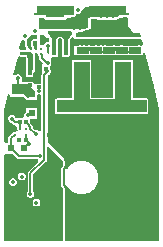
<source format=gtl>
G04*
G04 #@! TF.GenerationSoftware,Altium Limited,Altium Designer,25.0.2 (28)*
G04*
G04 Layer_Physical_Order=1*
G04 Layer_Color=255*
%FSLAX44Y44*%
%MOMM*%
G71*
G04*
G04 #@! TF.SameCoordinates,54A35FAF-5F68-4BCB-90B9-8CF1E0348433*
G04*
G04*
G04 #@! TF.FilePolarity,Positive*
G04*
G01*
G75*
G04:AMPARAMS|DCode=11|XSize=0.28mm|YSize=0.23mm|CornerRadius=0.115mm|HoleSize=0mm|Usage=FLASHONLY|Rotation=90.000|XOffset=0mm|YOffset=0mm|HoleType=Round|Shape=RoundedRectangle|*
%AMROUNDEDRECTD11*
21,1,0.2800,0.0000,0,0,90.0*
21,1,0.0500,0.2300,0,0,90.0*
1,1,0.2300,0.0000,0.0250*
1,1,0.2300,0.0000,-0.0250*
1,1,0.2300,0.0000,-0.0250*
1,1,0.2300,0.0000,0.0250*
%
%ADD11ROUNDEDRECTD11*%
G04:AMPARAMS|DCode=12|XSize=0.805mm|YSize=0.23mm|CornerRadius=0.115mm|HoleSize=0mm|Usage=FLASHONLY|Rotation=90.000|XOffset=0mm|YOffset=0mm|HoleType=Round|Shape=RoundedRectangle|*
%AMROUNDEDRECTD12*
21,1,0.8050,0.0000,0,0,90.0*
21,1,0.5750,0.2300,0,0,90.0*
1,1,0.2300,0.0000,0.2875*
1,1,0.2300,0.0000,-0.2875*
1,1,0.2300,0.0000,-0.2875*
1,1,0.2300,0.0000,0.2875*
%
%ADD12ROUNDEDRECTD12*%
G04:AMPARAMS|DCode=13|XSize=1.155mm|YSize=0.23mm|CornerRadius=0.115mm|HoleSize=0mm|Usage=FLASHONLY|Rotation=90.000|XOffset=0mm|YOffset=0mm|HoleType=Round|Shape=RoundedRectangle|*
%AMROUNDEDRECTD13*
21,1,1.1550,0.0000,0,0,90.0*
21,1,0.9250,0.2300,0,0,90.0*
1,1,0.2300,0.0000,0.4625*
1,1,0.2300,0.0000,-0.4625*
1,1,0.2300,0.0000,-0.4625*
1,1,0.2300,0.0000,0.4625*
%
%ADD13ROUNDEDRECTD13*%
G04:AMPARAMS|DCode=14|XSize=1.33mm|YSize=0.23mm|CornerRadius=0.115mm|HoleSize=0mm|Usage=FLASHONLY|Rotation=90.000|XOffset=0mm|YOffset=0mm|HoleType=Round|Shape=RoundedRectangle|*
%AMROUNDEDRECTD14*
21,1,1.3300,0.0000,0,0,90.0*
21,1,1.1000,0.2300,0,0,90.0*
1,1,0.2300,0.0000,0.5500*
1,1,0.2300,0.0000,-0.5500*
1,1,0.2300,0.0000,-0.5500*
1,1,0.2300,0.0000,0.5500*
%
%ADD14ROUNDEDRECTD14*%
%ADD15R,0.3500X0.3500*%
%ADD16R,1.0000X0.9000*%
%ADD17R,0.2500X0.2500*%
%ADD18R,0.3000X0.3000*%
%ADD19R,0.6000X0.6000*%
%ADD20R,1.2000X0.4000*%
G04:AMPARAMS|DCode=21|XSize=0.35mm|YSize=0.35mm|CornerRadius=0.0875mm|HoleSize=0mm|Usage=FLASHONLY|Rotation=90.000|XOffset=0mm|YOffset=0mm|HoleType=Round|Shape=RoundedRectangle|*
%AMROUNDEDRECTD21*
21,1,0.3500,0.1750,0,0,90.0*
21,1,0.1750,0.3500,0,0,90.0*
1,1,0.1750,0.0875,0.0875*
1,1,0.1750,0.0875,-0.0875*
1,1,0.1750,-0.0875,-0.0875*
1,1,0.1750,-0.0875,0.0875*
%
%ADD21ROUNDEDRECTD21*%
%ADD22C,0.3500*%
%ADD23R,0.3500X0.3500*%
%ADD24C,0.2200*%
G04:AMPARAMS|DCode=25|XSize=0.2064mm|YSize=0.5627mm|CornerRadius=0.0516mm|HoleSize=0mm|Usage=FLASHONLY|Rotation=270.000|XOffset=0mm|YOffset=0mm|HoleType=Round|Shape=RoundedRectangle|*
%AMROUNDEDRECTD25*
21,1,0.2064,0.4596,0,0,270.0*
21,1,0.1032,0.5627,0,0,270.0*
1,1,0.1032,-0.2298,-0.0516*
1,1,0.1032,-0.2298,0.0516*
1,1,0.1032,0.2298,0.0516*
1,1,0.1032,0.2298,-0.0516*
%
%ADD25ROUNDEDRECTD25*%
%ADD26R,0.5627X0.2064*%
%ADD27C,0.2500*%
%ADD28R,1.5500X0.3750*%
%ADD29R,0.3850X0.9500*%
%ADD30R,0.5600X0.7400*%
%ADD31R,0.9000X1.0000*%
%ADD32R,1.1200X0.3200*%
%ADD33R,1.1200X0.3230*%
%ADD34R,0.3850X0.8500*%
%ADD35R,1.0500X0.3200*%
%ADD36R,0.3250X1.1500*%
%ADD37R,0.3200X1.1200*%
%ADD38R,0.3230X1.1200*%
%ADD39C,0.2000*%
%ADD40C,0.1500*%
%ADD41C,0.3000*%
%ADD42C,0.4000*%
G36*
X105000Y194350D02*
X107000D01*
Y192850D01*
X98855D01*
X97000Y190995D01*
X72895D01*
X72825Y190925D01*
Y181517D01*
X68948Y180534D01*
X61500Y180600D01*
X30725D01*
Y190100D01*
X34575D01*
X36675Y188000D01*
X52825D01*
X54925Y190100D01*
X56850D01*
X58680Y191226D01*
X60500D01*
X61648Y191702D01*
X62124Y192850D01*
Y193119D01*
X63200Y193813D01*
X63354Y193750D01*
X64647D01*
X65841Y194245D01*
X66755Y195159D01*
X67250Y196353D01*
Y196502D01*
X71173Y198918D01*
X73500D01*
Y200350D01*
X105000D01*
Y194350D01*
D02*
G37*
G36*
X60500Y194350D02*
Y192850D01*
X27000D01*
Y194350D01*
X29000D01*
Y200350D01*
X60500D01*
Y194350D01*
D02*
G37*
G36*
X106418Y189602D02*
Y183000D01*
X106735Y182235D01*
X109000Y179969D01*
Y179400D01*
X109765Y179204D01*
X111485Y177485D01*
X111485Y177485D01*
X112250Y177168D01*
X112250Y177168D01*
X116582D01*
X117133Y175002D01*
X116353Y174000D01*
X62400D01*
Y177200D01*
X64932Y177842D01*
X65153Y177750D01*
X66347D01*
X67449Y178207D01*
X67815Y178572D01*
Y178572D01*
X75225Y180450D01*
Y188950D01*
X79075D01*
X82100Y188000D01*
X96400D01*
X99425Y190100D01*
X103275D01*
X105148Y190471D01*
X106418Y189602D01*
D02*
G37*
G36*
X29500Y172122D02*
X28625Y172297D01*
X26875D01*
X25948Y172112D01*
X25622Y171894D01*
X25600D01*
Y171879D01*
X25163Y171587D01*
X24864Y171140D01*
X24852Y171135D01*
X24838Y171101D01*
X24638Y170802D01*
X24568Y170448D01*
X24376Y169987D01*
Y167250D01*
X24376Y167250D01*
X24435Y167108D01*
X24403Y166959D01*
X24494Y166459D01*
X24540Y166388D01*
X24530Y166304D01*
X24809Y165328D01*
X24862Y165262D01*
X24860Y165177D01*
X25234Y164233D01*
X25292Y164172D01*
X25299Y164088D01*
X25600Y163503D01*
Y163500D01*
X23400D01*
X21729Y165171D01*
X21697Y165334D01*
X21251Y166001D01*
X21045Y166139D01*
X20875Y166549D01*
X20750Y167179D01*
X20750Y167500D01*
Y167500D01*
Y169232D01*
Y169997D01*
X21049Y171498D01*
X21634Y172912D01*
X22484Y174184D01*
X23025Y174725D01*
X23025Y174725D01*
X23269Y174969D01*
X23842Y175352D01*
X24479Y175616D01*
X25155Y175750D01*
X25500D01*
X25500Y175750D01*
X29500D01*
Y172122D01*
D02*
G37*
G36*
X37234Y173515D02*
X37375Y173388D01*
X37690Y173178D01*
X38039Y173033D01*
X38411Y172959D01*
X38600Y172950D01*
X38600D01*
X38600Y170240D01*
X38023Y170040D01*
X36941Y169474D01*
X35990Y168708D01*
X35207Y167771D01*
X34888Y167250D01*
Y167250D01*
X31500D01*
Y175750D01*
X35000D01*
X37234Y173515D01*
D02*
G37*
G36*
X29600Y163500D02*
X27483Y163500D01*
X27208Y163927D01*
X26744Y164830D01*
X26370Y165774D01*
X26091Y166750D01*
X26000Y167250D01*
X26000Y167250D01*
Y169987D01*
X29600D01*
Y163500D01*
D02*
G37*
G36*
X17986Y171299D02*
X19126Y169997D01*
Y167500D01*
X19126Y167179D01*
X19190Y167025D01*
X19158Y166862D01*
X19283Y166233D01*
X19375Y166094D01*
Y165928D01*
X19545Y165517D01*
X19880Y165182D01*
X19886Y165173D01*
X19901Y165099D01*
X20101Y164800D01*
X19663Y163493D01*
X19583Y163384D01*
X19252Y163000D01*
X15300D01*
X14194Y164420D01*
X15746Y170556D01*
X17809Y171372D01*
X17986Y171299D01*
D02*
G37*
G36*
X59051Y178207D02*
X59205Y176806D01*
X56992Y174039D01*
X56909Y174005D01*
X55995Y173091D01*
X55739Y172474D01*
X55600Y172300D01*
Y172138D01*
X55500Y171896D01*
Y170604D01*
X55600Y170362D01*
Y168638D01*
X55500Y168396D01*
Y167104D01*
X55600Y166862D01*
Y165138D01*
X55500Y164897D01*
Y163604D01*
X55600Y163362D01*
Y161759D01*
X55450Y161397D01*
Y160104D01*
X55600Y159741D01*
Y158300D01*
X51750D01*
Y159662D01*
X51850Y159904D01*
Y161196D01*
X51750Y161438D01*
Y163162D01*
X51850Y163403D01*
Y164696D01*
X51750Y164938D01*
Y166662D01*
X51850Y166903D01*
Y168196D01*
X51750Y168438D01*
Y170162D01*
X51850Y170403D01*
Y171696D01*
X51750Y171938D01*
Y172200D01*
X51600Y172300D01*
X51355Y172891D01*
X50441Y173805D01*
X50251Y173884D01*
X49634Y174296D01*
X48600Y174502D01*
X47566Y174296D01*
X46949Y173884D01*
X46759Y173805D01*
X45845Y172891D01*
X45600Y172300D01*
X45500Y172233D01*
Y172058D01*
X45350Y171696D01*
Y170403D01*
X45500Y170042D01*
Y168558D01*
X45350Y168196D01*
Y166903D01*
X45500Y166542D01*
Y165058D01*
X45350Y164696D01*
Y163403D01*
X45500Y163042D01*
Y161558D01*
X45350Y161196D01*
Y159904D01*
X45500Y159542D01*
Y158300D01*
X41600D01*
Y172300D01*
X38600Y177300D01*
Y178976D01*
X58281D01*
X59051Y178207D01*
D02*
G37*
G36*
X60900Y172692D02*
Y172500D01*
X62102D01*
X62400Y172376D01*
X116353D01*
X117185Y171987D01*
X118036Y171446D01*
X118835Y168300D01*
X117435Y166500D01*
X117382D01*
X116296Y166950D01*
X115003D01*
X113918Y166500D01*
X113200D01*
X112597Y166750D01*
X111403D01*
X110800Y166500D01*
X109700D01*
X109097Y166750D01*
X107903D01*
X107300Y166500D01*
X106200D01*
X105597Y166750D01*
X104403D01*
X103800Y166500D01*
X102632D01*
X101546Y166950D01*
X100154D01*
X99068Y166500D01*
X96432D01*
X95346Y166950D01*
X93954D01*
X92868Y166500D01*
X91700D01*
X91097Y166750D01*
X89903D01*
X89300Y166500D01*
X88200D01*
X87597Y166750D01*
X86403D01*
X85800Y166500D01*
X84700D01*
X84097Y166750D01*
X82903D01*
X82300Y166500D01*
X81133D01*
X80046Y166950D01*
X78654D01*
X77567Y166500D01*
X74933D01*
X73846Y166950D01*
X72454D01*
X71367Y166500D01*
X70200D01*
X69597Y166750D01*
X68403D01*
X67800Y166500D01*
X66700D01*
X66097Y166750D01*
X64903D01*
X64300Y166500D01*
X60900D01*
Y162209D01*
X60750Y161847D01*
Y160653D01*
X60900Y160291D01*
Y158500D01*
X62550D01*
X63153Y158250D01*
X64347D01*
X64950Y158500D01*
X66050D01*
X66653Y158250D01*
X67847D01*
X68450Y158500D01*
X69550D01*
X70153Y158250D01*
X71347D01*
X71950Y158500D01*
X74950D01*
X75554Y158250D01*
X76946D01*
X77550Y158500D01*
X80550D01*
X81153Y158250D01*
X82347D01*
X82914Y158485D01*
X84086D01*
X84653Y158250D01*
X85847D01*
X86414Y158485D01*
X87586D01*
X88153Y158250D01*
X89347D01*
X89914Y158485D01*
X91086D01*
X91653Y158250D01*
X92847D01*
X93414Y158485D01*
X96486D01*
X97054Y158250D01*
X98446D01*
X99014Y158485D01*
X102086D01*
X102653Y158250D01*
X103847D01*
X104415Y158485D01*
X105585D01*
X106153Y158250D01*
X107347Y158250D01*
X107667Y158350D01*
X108100Y158485D01*
X109653Y158250D01*
X109803Y158250D01*
X110847D01*
X111451Y158500D01*
X112299D01*
X112903Y158250D01*
X114097D01*
X114701Y158500D01*
X119100D01*
Y159947D01*
X120900Y160172D01*
X128000Y132223D01*
Y131538D01*
X131846Y117082D01*
X132951Y112733D01*
X132965Y112715D01*
Y1082D01*
X52624D01*
Y46182D01*
X52500Y46480D01*
Y47216D01*
X54140Y48274D01*
X54701Y48039D01*
X55214Y47202D01*
X55269Y47162D01*
X55285Y47096D01*
X55862Y46301D01*
X55920Y46266D01*
X55941Y46201D01*
X56579Y45454D01*
X56640Y45423D01*
X56666Y45360D01*
X57360Y44666D01*
X57423Y44640D01*
X57454Y44579D01*
X58201Y43941D01*
X58266Y43920D01*
X58301Y43862D01*
X59096Y43285D01*
X59162Y43269D01*
X59202Y43214D01*
X60039Y42701D01*
X60106Y42690D01*
X60150Y42639D01*
X61026Y42193D01*
X61093Y42188D01*
X61141Y42139D01*
X62049Y41764D01*
X62117D01*
X62168Y41719D01*
X63103Y41416D01*
X63170Y41421D01*
X63225Y41381D01*
X64180Y41152D01*
X64248Y41163D01*
X64306Y41127D01*
X65276Y40974D01*
X65342Y40989D01*
X65402Y40958D01*
X66382Y40881D01*
X66446Y40902D01*
X66509Y40876D01*
X67491D01*
X67554Y40902D01*
X67618Y40881D01*
X68598Y40958D01*
X68658Y40989D01*
X68724Y40974D01*
X69694Y41127D01*
X69752Y41163D01*
X69820Y41152D01*
X70775Y41381D01*
X70830Y41421D01*
X70897Y41416D01*
X71831Y41719D01*
X71883Y41764D01*
X71951D01*
X72859Y42139D01*
X72907Y42188D01*
X72974Y42193D01*
X73850Y42639D01*
X73894Y42690D01*
X73961Y42701D01*
X74798Y43214D01*
X74838Y43269D01*
X74904Y43285D01*
X75699Y43862D01*
X75735Y43920D01*
X75799Y43941D01*
X76546Y44579D01*
X76577Y44640D01*
X76640Y44666D01*
X77334Y45360D01*
X77360Y45423D01*
X77421Y45454D01*
X78059Y46201D01*
X78080Y46266D01*
X78138Y46301D01*
X78715Y47096D01*
X78731Y47162D01*
X78786Y47202D01*
X79299Y48039D01*
X79310Y48106D01*
X79361Y48150D01*
X79807Y49026D01*
X79812Y49093D01*
X79861Y49141D01*
X80236Y50049D01*
Y50117D01*
X80281Y50168D01*
X80584Y51103D01*
X80579Y51170D01*
X80619Y51225D01*
X80848Y52180D01*
X80837Y52248D01*
X80873Y52305D01*
X81026Y53276D01*
X81011Y53342D01*
X81041Y53402D01*
X81119Y54381D01*
X81098Y54446D01*
X81124Y54509D01*
Y55491D01*
X81098Y55554D01*
X81119Y55619D01*
X81041Y56598D01*
X81011Y56658D01*
X81026Y56724D01*
X80873Y57694D01*
X80837Y57752D01*
X80848Y57819D01*
X80619Y58775D01*
X80579Y58830D01*
X80584Y58897D01*
X80281Y59832D01*
X80236Y59883D01*
Y59951D01*
X79861Y60859D01*
X79812Y60907D01*
X79807Y60974D01*
X79361Y61849D01*
X79310Y61894D01*
X79299Y61961D01*
X78786Y62798D01*
X78731Y62838D01*
X78715Y62904D01*
X78138Y63699D01*
X78080Y63734D01*
X78059Y63799D01*
X77421Y64546D01*
X77360Y64577D01*
X77334Y64640D01*
X76640Y65334D01*
X76577Y65360D01*
X76546Y65421D01*
X75799Y66059D01*
X75735Y66080D01*
X75699Y66138D01*
X74904Y66715D01*
X74838Y66731D01*
X74798Y66786D01*
X73961Y67299D01*
X73894Y67310D01*
X73850Y67361D01*
X72974Y67807D01*
X72907Y67812D01*
X72859Y67860D01*
X71951Y68236D01*
X71883D01*
X71831Y68281D01*
X70897Y68584D01*
X70830Y68579D01*
X70775Y68619D01*
X69820Y68848D01*
X69752Y68837D01*
X69694Y68873D01*
X68724Y69026D01*
X68658Y69011D01*
X68598Y69042D01*
X67619Y69119D01*
X67554Y69098D01*
X67491Y69124D01*
X66509D01*
X66446Y69098D01*
X66382Y69119D01*
X65402Y69042D01*
X65342Y69011D01*
X65276Y69026D01*
X64306Y68873D01*
X64248Y68837D01*
X64180Y68848D01*
X63225Y68619D01*
X63170Y68579D01*
X63103Y68584D01*
X62168Y68281D01*
X62117Y68236D01*
X62049D01*
X61141Y67860D01*
X61093Y67812D01*
X61026Y67807D01*
X60150Y67361D01*
X60106Y67310D01*
X60039Y67299D01*
X59202Y66786D01*
X59162Y66731D01*
X59096Y66715D01*
X58301Y66138D01*
X58266Y66080D01*
X58201Y66059D01*
X57454Y65421D01*
X57423Y65360D01*
X57360Y65334D01*
X56666Y64640D01*
X56640Y64577D01*
X56579Y64546D01*
X55941Y63799D01*
X55920Y63734D01*
X55862Y63699D01*
X55285Y62904D01*
X55269Y62838D01*
X55214Y62798D01*
X54701Y61961D01*
X54140Y61726D01*
X52500Y62784D01*
Y64306D01*
X52624Y64605D01*
Y69250D01*
X52500Y69548D01*
Y71250D01*
X39000Y84750D01*
Y141750D01*
X39591Y141995D01*
X40505Y142909D01*
X41000Y144103D01*
Y145396D01*
X40505Y146591D01*
X40000Y147096D01*
Y149457D01*
X40091Y149495D01*
X41005Y150409D01*
X41500Y151603D01*
Y152896D01*
X41005Y154091D01*
X40706Y154390D01*
X40733Y155087D01*
X41600Y156676D01*
X45500D01*
X46648Y157152D01*
X47124Y158300D01*
Y159542D01*
X47000Y159840D01*
Y160163D01*
X46974Y160226D01*
Y160874D01*
X47000Y160937D01*
Y161260D01*
X47124Y161558D01*
Y163042D01*
X47000Y163340D01*
Y163663D01*
X46974Y163727D01*
Y164373D01*
X47000Y164437D01*
Y164760D01*
X47124Y165058D01*
Y166542D01*
X47000Y166840D01*
Y167163D01*
X46974Y167227D01*
Y167873D01*
X47000Y167937D01*
Y168260D01*
X47124Y168558D01*
Y170042D01*
X47000Y170340D01*
Y170663D01*
X46974Y170726D01*
Y171374D01*
X47000Y171437D01*
Y171579D01*
X47100Y171679D01*
X47221Y171971D01*
X47767Y172517D01*
X47851Y172534D01*
X48200Y172767D01*
X48600Y172846D01*
X49001Y172767D01*
X49349Y172534D01*
X49433Y172517D01*
X49979Y171971D01*
X50100Y171679D01*
X50226Y171552D01*
Y170403D01*
X50126Y170162D01*
Y168438D01*
X50226Y168196D01*
Y166903D01*
X50126Y166662D01*
Y164938D01*
X50226Y164696D01*
Y163403D01*
X50126Y163162D01*
Y161438D01*
X50226Y161196D01*
Y159904D01*
X50126Y159662D01*
Y158300D01*
X50602Y157152D01*
X51750Y156676D01*
X55600D01*
X56748Y157152D01*
X57224Y158300D01*
Y159741D01*
X57100Y160040D01*
Y160363D01*
X57074Y160427D01*
Y161074D01*
X57100Y161137D01*
Y161460D01*
X57224Y161759D01*
Y163362D01*
X57124Y163604D01*
Y164897D01*
X57224Y165138D01*
Y166862D01*
X57124Y167104D01*
Y168396D01*
X57224Y168638D01*
Y170362D01*
X57124Y170604D01*
Y171737D01*
X57239Y171853D01*
X57371Y172171D01*
X58057Y172857D01*
X59750Y173608D01*
X60900Y172692D01*
D02*
G37*
G36*
X22931Y161100D02*
X23258Y161100D01*
X23724Y161007D01*
X23983Y160900D01*
X24074D01*
X24503Y160722D01*
X25047Y160359D01*
X25278Y160128D01*
X25278Y160128D01*
X25390Y160016D01*
X25566Y159752D01*
X25688Y159458D01*
X25721Y159294D01*
X25701Y159196D01*
Y156772D01*
X25750Y156525D01*
Y156430D01*
X21665Y156430D01*
X21054Y157015D01*
X21000Y157052D01*
Y158250D01*
X19051D01*
X18118Y158652D01*
X16463Y158993D01*
X15618Y159036D01*
X15618Y159036D01*
X15186Y159036D01*
Y161100D01*
X22931Y161100D01*
D02*
G37*
G36*
X29757Y159573D02*
X29900Y159317D01*
Y158983D01*
X30296Y158027D01*
X30921Y157402D01*
Y156285D01*
X31096Y155407D01*
X31593Y154663D01*
X34206Y152050D01*
X33500Y150250D01*
X33500D01*
Y143750D01*
X33500D01*
X33131Y142749D01*
X32956Y141871D01*
Y134500D01*
X27500D01*
X26000Y135224D01*
Y136000D01*
X24798D01*
X24500Y136124D01*
X17265D01*
X16890Y136506D01*
X16218Y137924D01*
X16500Y138603D01*
Y139896D01*
X16005Y141091D01*
X15091Y142005D01*
X13896Y142500D01*
X12604D01*
X11409Y142005D01*
X10740Y141337D01*
X9466Y141741D01*
X9054Y142002D01*
X12886Y156689D01*
X14193Y157422D01*
X14800Y157573D01*
X15186Y157413D01*
X15262Y157413D01*
X15332Y157342D01*
X16435Y156885D01*
X17628D01*
X17876Y156988D01*
X18408Y156759D01*
X18742Y156754D01*
X19051Y156626D01*
X19493D01*
X19664Y156357D01*
X19852Y155904D01*
X19915Y155878D01*
X19932Y155841D01*
X20000Y155776D01*
Y143750D01*
Y140000D01*
X26000D01*
Y142703D01*
X26055Y142758D01*
X26512Y143861D01*
Y143900D01*
X27250D01*
Y156131D01*
X27374Y156430D01*
Y156525D01*
X27310Y156679D01*
X27342Y156842D01*
X27325Y156931D01*
Y158610D01*
X28648Y159757D01*
X28753Y159801D01*
X29081Y159887D01*
X29757Y159573D01*
D02*
G37*
G36*
X24500Y134500D02*
Y131500D01*
X27750Y128250D01*
X21750Y122250D01*
X18500Y125500D01*
X8000D01*
Y134500D01*
X24500Y134500D01*
D02*
G37*
G36*
X6500Y125202D02*
Y123500D01*
X18204D01*
X20250Y121454D01*
Y120750D01*
X21750Y120626D01*
X22048Y120750D01*
X22050Y120750D01*
X29250D01*
Y124513D01*
X30354Y125250D01*
X31646D01*
X32956Y123844D01*
Y94439D01*
X31646Y93979D01*
X31156Y93940D01*
X30341Y94755D01*
X29146Y95250D01*
X27854D01*
X27810Y95232D01*
X26044Y96997D01*
Y97700D01*
X25869Y98578D01*
X25372Y99322D01*
X23500Y101194D01*
Y104750D01*
X29250D01*
Y113750D01*
X20250D01*
Y110750D01*
X19659Y110505D01*
X18745Y109591D01*
X18250Y108397D01*
Y107104D01*
X18376Y106800D01*
X17302Y105000D01*
X11500D01*
X10705Y106471D01*
X10655Y106591D01*
X9741Y107505D01*
X8547Y108000D01*
X7254D01*
X6059Y107505D01*
X5145Y106591D01*
X4650Y105396D01*
Y104104D01*
X5145Y102909D01*
X6059Y101995D01*
X7254Y101500D01*
X7906D01*
X9278Y100128D01*
X10022Y99631D01*
X10900Y99456D01*
X11500Y98500D01*
X12500Y96797D01*
Y95703D01*
X12804Y94969D01*
X12608Y94695D01*
X11805Y93892D01*
X11531Y93696D01*
X10797Y94000D01*
X9703D01*
X8692Y93581D01*
X7919Y92808D01*
X7500Y91797D01*
Y91744D01*
X5378Y89622D01*
X4881Y88878D01*
X4706Y88000D01*
Y84250D01*
X2500D01*
X1275Y85542D01*
Y112189D01*
X4713Y125368D01*
X6500Y125202D01*
D02*
G37*
G36*
X51000Y69250D02*
Y64605D01*
X50198Y63802D01*
X49645Y62976D01*
X49451Y62000D01*
Y48787D01*
X49645Y47811D01*
X50198Y46984D01*
X51000Y46182D01*
Y1082D01*
X1275D01*
Y73958D01*
X2500Y75250D01*
X8256D01*
X12186Y71319D01*
X12931Y70822D01*
X13809Y70647D01*
X29257D01*
X29659Y70245D01*
X29692Y70231D01*
X30114Y68108D01*
X22128Y60122D01*
X21631Y59378D01*
X21456Y58500D01*
Y43302D01*
X20995Y42841D01*
X20500Y41646D01*
Y40353D01*
X20995Y39159D01*
X21909Y38245D01*
X23104Y37750D01*
X24397D01*
X25591Y38245D01*
X26505Y39159D01*
X27000Y40353D01*
Y41646D01*
X26505Y42841D01*
X26044Y43302D01*
Y57550D01*
X36872Y68378D01*
X37369Y69122D01*
X37544Y70000D01*
Y70352D01*
X37619Y70465D01*
X37794Y71343D01*
Y74657D01*
X37619Y75535D01*
X37544Y75648D01*
Y80354D01*
X39207Y81043D01*
X51000Y69250D01*
D02*
G37*
%LPC*%
G36*
X108750Y154624D02*
X95250D01*
X94952Y154500D01*
X93750D01*
Y153299D01*
X93626Y153000D01*
Y122624D01*
X75374D01*
Y153000D01*
X75250Y153299D01*
Y154500D01*
X74049D01*
X73750Y154624D01*
X60250D01*
X59952Y154500D01*
X58750D01*
Y153299D01*
X58626Y153000D01*
Y121874D01*
X46000D01*
X45701Y121750D01*
X44500D01*
Y120548D01*
X44376Y120250D01*
Y110000D01*
X44852Y108852D01*
X46000Y108376D01*
X122000D01*
X123148Y108852D01*
X123624Y110000D01*
Y120250D01*
X123500Y120548D01*
Y121750D01*
X122298D01*
X122000Y121874D01*
X110374D01*
Y153000D01*
X110250Y153299D01*
Y154500D01*
X109049D01*
X108750Y154624D01*
D02*
G37*
%LPD*%
G36*
Y120250D02*
X122000D01*
Y110000D01*
X46000D01*
Y120250D01*
X60250D01*
Y153000D01*
X73750D01*
Y121000D01*
X95250D01*
Y153000D01*
X108750D01*
Y120250D01*
D02*
G37*
%LPC*%
G36*
X16946Y58950D02*
X15654D01*
X14459Y58455D01*
X13545Y57541D01*
X13050Y56346D01*
Y55054D01*
X13545Y53859D01*
X14459Y52945D01*
X15654Y52450D01*
X16946D01*
X18141Y52945D01*
X19055Y53859D01*
X19550Y55054D01*
Y56346D01*
X19055Y57541D01*
X18141Y58455D01*
X16946Y58950D01*
D02*
G37*
G36*
X9524Y54484D02*
X8231D01*
X7037Y53989D01*
X6123Y53075D01*
X5628Y51881D01*
Y50588D01*
X6123Y49393D01*
X7037Y48479D01*
X8231Y47984D01*
X9524D01*
X10719Y48479D01*
X11633Y49393D01*
X12128Y50588D01*
Y51881D01*
X11633Y53075D01*
X10719Y53989D01*
X9524Y54484D01*
D02*
G37*
G36*
X29397Y37000D02*
X28104D01*
X26909Y36505D01*
X25995Y35591D01*
X25500Y34396D01*
Y33103D01*
X25995Y31909D01*
X26909Y30995D01*
X28104Y30500D01*
X29397D01*
X30591Y30995D01*
X31505Y31909D01*
X32000Y33103D01*
Y34396D01*
X31505Y35591D01*
X30591Y36505D01*
X29397Y37000D01*
D02*
G37*
%LPD*%
D11*
X38600Y171550D02*
D03*
D12*
Y163680D02*
D03*
D13*
X43600Y166300D02*
D03*
X53600D02*
D03*
D14*
X48600D02*
D03*
X58600D02*
D03*
D15*
X14750Y101750D02*
D03*
X20250D02*
D03*
X33250Y169000D02*
D03*
X27750Y174000D02*
D03*
X33250D02*
D03*
X31250Y147000D02*
D03*
X36750D02*
D03*
X14150Y86750D02*
D03*
X19850D02*
D03*
D16*
X117000Y115750D02*
D03*
Y102250D02*
D03*
X103800Y115750D02*
D03*
Y102250D02*
D03*
X90600Y115750D02*
D03*
Y102250D02*
D03*
X77400Y115750D02*
D03*
Y102250D02*
D03*
X64200Y115750D02*
D03*
Y102250D02*
D03*
X51000Y115750D02*
D03*
Y102250D02*
D03*
X13000Y116000D02*
D03*
Y129500D02*
D03*
D17*
X20500Y138000D02*
D03*
X25500D02*
D03*
D18*
X23000Y143000D02*
D03*
Y133000D02*
D03*
D19*
X24750Y125250D02*
D03*
Y109250D02*
D03*
X18000Y79750D02*
D03*
X7000D02*
D03*
D20*
X24750Y117250D02*
D03*
D21*
X27750Y169000D02*
D03*
D22*
X38250Y166250D02*
D03*
X48600Y167550D02*
D03*
Y171050D02*
D03*
X31000Y105750D02*
D03*
X30500Y99500D02*
D03*
X34000Y25750D02*
D03*
X36250Y41250D02*
D03*
X64000Y73500D02*
D03*
X118000Y80000D02*
D03*
X113500D02*
D03*
X99000Y86000D02*
D03*
X111000D02*
D03*
X105000Y80000D02*
D03*
X93000D02*
D03*
X87000Y86000D02*
D03*
X81000Y80000D02*
D03*
X75000Y86000D02*
D03*
X29000Y55700D02*
D03*
X57260Y79386D02*
D03*
X68386Y79741D02*
D03*
X80386Y91741D02*
D03*
X116741Y56614D02*
D03*
X117614Y44260D02*
D03*
X111614Y38260D02*
D03*
X59000Y38750D02*
D03*
X74386Y37741D02*
D03*
X80386Y43741D02*
D03*
X86386Y49741D02*
D03*
Y37741D02*
D03*
X99000Y38000D02*
D03*
X105000Y44000D02*
D03*
X92386Y43741D02*
D03*
X87000Y62000D02*
D03*
X81000Y68000D02*
D03*
X75000Y74000D02*
D03*
X98386Y49741D02*
D03*
X111000Y50000D02*
D03*
X105000Y56000D02*
D03*
X99000Y62000D02*
D03*
X105000Y68000D02*
D03*
X117000D02*
D03*
X111000Y74000D02*
D03*
X99000D02*
D03*
X63000Y86000D02*
D03*
X105000Y92000D02*
D03*
X117000D02*
D03*
X4750Y40500D02*
D03*
Y34500D02*
D03*
Y28500D02*
D03*
Y22500D02*
D03*
X6750Y16500D02*
D03*
X12750D02*
D03*
Y10500D02*
D03*
X18750D02*
D03*
X24750D02*
D03*
X42750Y16500D02*
D03*
X30750Y10500D02*
D03*
X36750D02*
D03*
X42750D02*
D03*
X12750Y4500D02*
D03*
X18750D02*
D03*
X24750D02*
D03*
X30750D02*
D03*
X36750D02*
D03*
X42750D02*
D03*
X48750D02*
D03*
Y10500D02*
D03*
Y16500D02*
D03*
X92750Y54250D02*
D03*
X88250D02*
D03*
X116750Y61500D02*
D03*
X111250D02*
D03*
X60000Y99000D02*
D03*
X114000D02*
D03*
Y105000D02*
D03*
X108000Y99000D02*
D03*
Y105000D02*
D03*
X102000Y99000D02*
D03*
Y105000D02*
D03*
X48000Y118000D02*
D03*
X59000Y32750D02*
D03*
X120000Y112000D02*
D03*
X114000D02*
D03*
X108000D02*
D03*
X102000D02*
D03*
X96000D02*
D03*
X90000D02*
D03*
X84000D02*
D03*
X78000D02*
D03*
X72000D02*
D03*
X66000D02*
D03*
X60000D02*
D03*
X54000D02*
D03*
X48000D02*
D03*
X120000Y118000D02*
D03*
X114000D02*
D03*
X108000D02*
D03*
X102000D02*
D03*
X96000D02*
D03*
X90000D02*
D03*
X84000D02*
D03*
X78000D02*
D03*
X72000D02*
D03*
X66000D02*
D03*
X60000D02*
D03*
X54000D02*
D03*
X59000Y27750D02*
D03*
Y22750D02*
D03*
X68825Y32500D02*
D03*
Y27500D02*
D03*
Y22500D02*
D03*
X78825Y32500D02*
D03*
Y27500D02*
D03*
Y22500D02*
D03*
X98825Y32500D02*
D03*
Y27500D02*
D03*
Y22500D02*
D03*
X88825D02*
D03*
Y27500D02*
D03*
Y32500D02*
D03*
X28750Y33750D02*
D03*
X16300Y55700D02*
D03*
X4000Y47000D02*
D03*
X2987Y99445D02*
D03*
X3000Y86000D02*
D03*
X3500Y70000D02*
D03*
Y64000D02*
D03*
X8878Y51234D02*
D03*
X50300Y86250D02*
D03*
X92750Y67000D02*
D03*
X23750Y41000D02*
D03*
X28500Y92000D02*
D03*
X115650Y163700D02*
D03*
X64000Y197000D02*
D03*
X17460Y165016D02*
D03*
X58750Y164250D02*
D03*
Y157250D02*
D03*
X58700Y160750D02*
D03*
X58750Y171250D02*
D03*
Y167750D02*
D03*
X13250Y139250D02*
D03*
X47000Y61500D02*
D03*
X44250Y66250D02*
D03*
X31500Y73000D02*
D03*
X4250Y113250D02*
D03*
X66500Y156250D02*
D03*
X21500Y107750D02*
D03*
X27500Y117250D02*
D03*
X38250Y166250D02*
D03*
X29000Y151500D02*
D03*
Y148000D02*
D03*
Y144500D02*
D03*
X38250Y152250D02*
D03*
X22250Y83423D02*
D03*
X5500Y96250D02*
D03*
X12900Y108000D02*
D03*
X7900Y104750D02*
D03*
X13000Y116500D02*
D03*
X18750Y174500D02*
D03*
X31000Y128500D02*
D03*
X37750Y144750D02*
D03*
X27750Y179000D02*
D03*
X28750Y141000D02*
D03*
X26500Y138000D02*
D03*
X19500D02*
D03*
X23000D02*
D03*
X17000Y143750D02*
D03*
Y147250D02*
D03*
Y150750D02*
D03*
Y154250D02*
D03*
X48600Y160550D02*
D03*
Y157050D02*
D03*
Y164050D02*
D03*
X23250Y117250D02*
D03*
D23*
X30750Y131250D02*
D03*
Y136950D02*
D03*
D24*
X24500Y159500D02*
D03*
Y163500D02*
D03*
X28500Y159500D02*
D03*
Y163500D02*
D03*
X32500Y159500D02*
D03*
Y163500D02*
D03*
D25*
X17500Y164032D02*
D03*
D26*
Y160468D02*
D03*
D27*
X20250Y96250D02*
D03*
Y91250D02*
D03*
X15250Y96250D02*
D03*
X10250D02*
D03*
Y91250D02*
D03*
D28*
X44750Y192870D02*
D03*
X89250Y192870D02*
D03*
D29*
X56850Y185350D02*
D03*
X32650D02*
D03*
X101350Y185350D02*
D03*
D30*
X49100Y184300D02*
D03*
X40400D02*
D03*
X93600Y184300D02*
D03*
X84900D02*
D03*
D31*
X64750Y138000D02*
D03*
X51250D02*
D03*
X64750Y128000D02*
D03*
X51250D02*
D03*
X117750Y138000D02*
D03*
X104250D02*
D03*
X117750Y128000D02*
D03*
X104250D02*
D03*
X86250Y148000D02*
D03*
X99750D02*
D03*
X117750D02*
D03*
X104250D02*
D03*
X51250D02*
D03*
X64750D02*
D03*
X82750Y138000D02*
D03*
X69250D02*
D03*
X82750Y148000D02*
D03*
X69250D02*
D03*
X82750Y128000D02*
D03*
X69250D02*
D03*
X86250Y138000D02*
D03*
X99750D02*
D03*
X86250Y128000D02*
D03*
X99750D02*
D03*
D32*
X68000Y163400D02*
D03*
X79000D02*
D03*
X112000Y161600D02*
D03*
Y163400D02*
D03*
X101000Y156400D02*
D03*
X90000D02*
D03*
Y163400D02*
D03*
X101000D02*
D03*
X90000Y175600D02*
D03*
X79000Y170400D02*
D03*
X101000Y175600D02*
D03*
X68000D02*
D03*
X68000Y161600D02*
D03*
X79000D02*
D03*
D33*
X68000Y168600D02*
D03*
X79000D02*
D03*
X112000Y156400D02*
D03*
Y168600D02*
D03*
X101000Y161600D02*
D03*
X90000D02*
D03*
Y168600D02*
D03*
X101000D02*
D03*
X90000Y170400D02*
D03*
X112000D02*
D03*
X79000Y175600D02*
D03*
X101000Y170400D02*
D03*
X68000D02*
D03*
X68000Y156400D02*
D03*
X79000D02*
D03*
D34*
X77150Y184700D02*
D03*
D35*
X111400Y175600D02*
D03*
D36*
X23125Y151000D02*
D03*
X17875D02*
D03*
D37*
X24150D02*
D03*
D38*
X29350D02*
D03*
D39*
X52000Y62000D02*
X57000Y67000D01*
Y68000D01*
X52000Y48787D02*
Y62000D01*
Y48787D02*
X59000Y41787D01*
Y38750D02*
Y41787D01*
X28500Y159446D02*
Y159500D01*
X28250Y159196D02*
X28500Y159446D01*
X28735Y155600D02*
X29350Y154985D01*
X28735Y155600D02*
Y156287D01*
X28250Y156772D02*
X28735Y156287D01*
X28250Y156772D02*
Y159196D01*
X23125Y151000D02*
X23750Y151625D01*
Y158696D01*
X24500Y159446D01*
Y159500D01*
X29350Y151000D02*
Y154985D01*
X35393Y171143D02*
X36372D01*
X36529Y171300D01*
X38600Y171439D02*
Y171550D01*
X38461Y171300D02*
X38600Y171439D01*
X36529Y171300D02*
X38461D01*
X33250Y169000D02*
X35393Y171143D01*
Y171857D01*
X33250Y174000D02*
X35393Y171857D01*
D40*
X35250Y71093D02*
X35500Y71343D01*
X35250Y74907D02*
Y141871D01*
Y70000D02*
Y71093D01*
X23750Y58500D02*
X35250Y70000D01*
X35500Y71343D02*
Y74657D01*
X35250Y74907D02*
X35500Y74657D01*
X35250Y141871D02*
X37750Y144371D01*
X23750Y41000D02*
Y58500D01*
X21250Y100200D02*
Y100750D01*
X23750Y96047D02*
Y97700D01*
X20250Y101750D02*
X21250Y100750D01*
Y100200D02*
X23750Y97700D01*
Y96047D02*
X27414Y92383D01*
X28117D01*
X28500Y92000D01*
X14731Y101683D02*
X15250Y101164D01*
Y96250D02*
Y101164D01*
X7900Y104750D02*
X7900D01*
X10900Y101750D02*
X14750D01*
X7900Y104750D02*
X10900Y101750D01*
X37750Y144371D02*
Y144750D01*
X13000Y129500D02*
Y137959D01*
X12250Y138709D02*
Y139250D01*
Y138709D02*
X13000Y137959D01*
X31441Y72941D02*
X31500Y73000D01*
X13809Y72941D02*
X31441D01*
X7000Y79750D02*
X13809Y72941D01*
X7000Y88000D02*
X10250Y91250D01*
X7000Y79750D02*
Y88000D01*
X33215Y156285D02*
Y158596D01*
X32500Y159311D02*
X33215Y158596D01*
Y156285D02*
X37500Y152000D01*
X32500Y159311D02*
Y159500D01*
X18000Y79750D02*
X21291Y83041D01*
X21867D01*
X22250Y83423D01*
X21867Y83806D02*
X22250Y83423D01*
X21867Y83806D02*
Y84733D01*
X19850Y86750D02*
X21867Y84733D01*
X19850Y86750D02*
Y90579D01*
X20250Y90979D01*
Y91250D01*
X5500Y96250D02*
X10250D01*
X28983Y137617D02*
X30000Y136600D01*
X26883Y137617D02*
X28983D01*
X26500Y138000D02*
X26883Y137617D01*
D41*
X52100Y194800D02*
D03*
X49100D02*
D03*
X46100D02*
D03*
X43100D02*
D03*
X40100D02*
D03*
X38600Y192300D02*
D03*
X41600D02*
D03*
X44600D02*
D03*
X47600D02*
D03*
X50600D02*
D03*
X37100Y194800D02*
D03*
X38600Y197300D02*
D03*
X41600D02*
D03*
X44600D02*
D03*
X47600D02*
D03*
X50600D02*
D03*
X53600D02*
D03*
X35600D02*
D03*
X43600Y166300D02*
D03*
Y169300D02*
D03*
Y172300D02*
D03*
Y163300D02*
D03*
X43350Y160050D02*
D03*
X53600Y159800D02*
D03*
Y163300D02*
D03*
Y172300D02*
D03*
Y169300D02*
D03*
Y166300D02*
D03*
X52100Y174800D02*
D03*
X45100D02*
D03*
X42100D02*
D03*
X55100D02*
D03*
X53600Y177300D02*
D03*
X50600D02*
D03*
X46600D02*
D03*
X43600D02*
D03*
X40600D02*
D03*
X56600D02*
D03*
X63750Y161250D02*
D03*
X65500Y163750D02*
D03*
X67250Y161250D02*
D03*
X70750Y161250D02*
D03*
X69000Y163750D02*
D03*
X83500D02*
D03*
X81750Y161250D02*
D03*
X85250Y161250D02*
D03*
X87000Y163750D02*
D03*
X88750Y161250D02*
D03*
X92250Y161250D02*
D03*
X90500Y163750D02*
D03*
X112000Y163750D02*
D03*
X113500Y161250D02*
D03*
X110250Y161250D02*
D03*
X108500Y163750D02*
D03*
X106750Y161250D02*
D03*
X103250Y161250D02*
D03*
X105000Y163750D02*
D03*
X13600Y86750D02*
D03*
X23512Y144458D02*
D03*
X17032Y159886D02*
D03*
X23634Y150430D02*
D03*
X20634Y159680D02*
D03*
X23634Y159430D02*
D03*
Y156430D02*
D03*
Y153430D02*
D03*
X23512Y147458D02*
D03*
X28954Y156680D02*
D03*
X32636Y163801D02*
D03*
X90500Y180500D02*
D03*
X78750D02*
D03*
X101500D02*
D03*
X100750Y189500D02*
D03*
X81250Y176000D02*
D03*
Y179000D02*
D03*
X115500Y175500D02*
D03*
X112500D02*
D03*
X109250D02*
D03*
X93000Y182000D02*
D03*
X101500Y186500D02*
D03*
X100750Y183500D02*
D03*
X97500Y146250D02*
D03*
X100500D02*
D03*
X103500D02*
D03*
X106500D02*
D03*
X100500Y150250D02*
D03*
X97500D02*
D03*
X106500Y138250D02*
D03*
X103500D02*
D03*
X100500D02*
D03*
X97500D02*
D03*
X106500Y134250D02*
D03*
X103500D02*
D03*
X100500D02*
D03*
X97500D02*
D03*
X106500Y126250D02*
D03*
X103500D02*
D03*
X100500D02*
D03*
X97500D02*
D03*
X62500D02*
D03*
X65500D02*
D03*
X68500D02*
D03*
X71500D02*
D03*
X62500Y134250D02*
D03*
X65500D02*
D03*
X68500D02*
D03*
X71500D02*
D03*
X62500Y138250D02*
D03*
X65500D02*
D03*
X68500D02*
D03*
X71500D02*
D03*
X68500Y150250D02*
D03*
X71500D02*
D03*
Y146250D02*
D03*
X68500D02*
D03*
X65500D02*
D03*
X62500D02*
D03*
X104000Y176000D02*
D03*
Y179000D02*
D03*
X101500Y177500D02*
D03*
X99000Y176000D02*
D03*
Y179000D02*
D03*
X96500Y181000D02*
D03*
X93000Y176000D02*
D03*
Y179000D02*
D03*
X90500Y177500D02*
D03*
X88000Y179000D02*
D03*
X85500Y181000D02*
D03*
X88000Y176000D02*
D03*
X78750Y177500D02*
D03*
X76250Y179000D02*
D03*
Y176000D02*
D03*
X73750Y177500D02*
D03*
X75750Y192750D02*
D03*
X73250Y191250D02*
D03*
X65750Y180750D02*
D03*
X63250Y191250D02*
D03*
X60750Y189750D02*
D03*
X98250Y194250D02*
D03*
Y197250D02*
D03*
X95750Y192750D02*
D03*
Y195750D02*
D03*
X93250Y197250D02*
D03*
Y194250D02*
D03*
Y191250D02*
D03*
X90750Y192750D02*
D03*
Y195750D02*
D03*
X88250Y197250D02*
D03*
Y191250D02*
D03*
X83250D02*
D03*
X88250Y194250D02*
D03*
X85750Y195750D02*
D03*
Y192750D02*
D03*
X83250Y197250D02*
D03*
Y194250D02*
D03*
X80750Y192750D02*
D03*
X78250Y194250D02*
D03*
X80750Y195750D02*
D03*
X78250Y197250D02*
D03*
X73250D02*
D03*
X75750Y195750D02*
D03*
X73250Y194250D02*
D03*
X70750Y195750D02*
D03*
X68250Y194250D02*
D03*
X70750Y192750D02*
D03*
Y189750D02*
D03*
Y186750D02*
D03*
Y183750D02*
D03*
X68250Y191250D02*
D03*
Y188250D02*
D03*
Y185250D02*
D03*
Y182250D02*
D03*
X65750Y183750D02*
D03*
Y186750D02*
D03*
Y189750D02*
D03*
X63250Y188250D02*
D03*
Y185250D02*
D03*
Y182250D02*
D03*
X60750Y186750D02*
D03*
Y183750D02*
D03*
Y180750D02*
D03*
D42*
X43000Y72750D02*
D03*
X45250Y86650D02*
D03*
X79150Y86250D02*
D03*
X69150D02*
D03*
X129000Y80000D02*
D03*
X123000Y86000D02*
D03*
X129000D02*
D03*
X123000Y80000D02*
D03*
Y38000D02*
D03*
X92825Y10500D02*
D03*
X62825Y16500D02*
D03*
X56825D02*
D03*
Y10500D02*
D03*
Y4500D02*
D03*
X62825D02*
D03*
X74825D02*
D03*
X80825Y10500D02*
D03*
X68825D02*
D03*
X74825Y16500D02*
D03*
X98825D02*
D03*
Y4500D02*
D03*
X86825D02*
D03*
Y16500D02*
D03*
X105000Y20000D02*
D03*
Y32000D02*
D03*
Y26000D02*
D03*
X111000Y20000D02*
D03*
Y32000D02*
D03*
X117000Y26000D02*
D03*
Y14000D02*
D03*
Y8000D02*
D03*
X123000D02*
D03*
X129000D02*
D03*
X123000Y20000D02*
D03*
X129000Y14000D02*
D03*
Y20000D02*
D03*
X123000Y32000D02*
D03*
X129000Y26000D02*
D03*
Y32000D02*
D03*
X123000Y44000D02*
D03*
X129000Y38000D02*
D03*
Y44000D02*
D03*
X130000Y102000D02*
D03*
X126000Y105000D02*
D03*
Y99000D02*
D03*
X89000Y152000D02*
D03*
Y155500D02*
D03*
X85000Y152000D02*
D03*
Y155500D02*
D03*
X81000D02*
D03*
Y152000D02*
D03*
X129000Y74000D02*
D03*
Y68000D02*
D03*
Y62000D02*
D03*
Y56000D02*
D03*
Y50000D02*
D03*
X123000D02*
D03*
Y56000D02*
D03*
Y62000D02*
D03*
Y68000D02*
D03*
Y74000D02*
D03*
X129000Y92000D02*
D03*
X123000D02*
D03*
X92493Y94868D02*
D03*
X120000Y99000D02*
D03*
X96000D02*
D03*
X90000D02*
D03*
X84000D02*
D03*
X78000D02*
D03*
X72000D02*
D03*
X66000D02*
D03*
X54000D02*
D03*
X48000D02*
D03*
X120000Y105000D02*
D03*
X96000D02*
D03*
X90000D02*
D03*
X84000D02*
D03*
X78000D02*
D03*
X72000D02*
D03*
X66000D02*
D03*
X60000D02*
D03*
X54000D02*
D03*
X48000D02*
D03*
X89000Y71000D02*
D03*
X127000Y122000D02*
D03*
X68881Y142250D02*
D03*
X64881D02*
D03*
X62381Y150250D02*
D03*
X68631Y130250D02*
D03*
X65131D02*
D03*
X103750D02*
D03*
X100250D02*
D03*
X67250Y169500D02*
D03*
X71750D02*
D03*
X94650Y163450D02*
D03*
X97750Y161750D02*
D03*
X100850Y163450D02*
D03*
X79350Y163450D02*
D03*
X76250Y161750D02*
D03*
X73150Y163450D02*
D03*
X84750Y177500D02*
D03*
X104000Y189000D02*
D03*
X104250Y182250D02*
D03*
X91750Y169500D02*
D03*
X18750Y117250D02*
D03*
X124250Y135000D02*
D03*
X43500Y149750D02*
D03*
X41250Y139000D02*
D03*
Y131000D02*
D03*
Y123000D02*
D03*
Y115000D02*
D03*
Y107000D02*
D03*
Y99000D02*
D03*
X39750Y91000D02*
D03*
X125750Y130000D02*
D03*
X80441Y124697D02*
D03*
X116250Y151000D02*
D03*
Y147000D02*
D03*
Y139000D02*
D03*
Y143000D02*
D03*
Y135000D02*
D03*
Y127000D02*
D03*
Y131000D02*
D03*
X120250Y151000D02*
D03*
Y143000D02*
D03*
Y139000D02*
D03*
Y147000D02*
D03*
Y131000D02*
D03*
Y127000D02*
D03*
Y135000D02*
D03*
X80441Y136197D02*
D03*
Y139697D02*
D03*
X84441D02*
D03*
Y136197D02*
D03*
Y124697D02*
D03*
X88441Y139697D02*
D03*
Y124697D02*
D03*
Y136197D02*
D03*
X106500Y150250D02*
D03*
X104000Y142250D02*
D03*
X100000D02*
D03*
X52600Y135050D02*
D03*
Y127050D02*
D03*
Y131050D02*
D03*
Y147050D02*
D03*
Y139050D02*
D03*
Y143050D02*
D03*
Y151050D02*
D03*
X48600Y131050D02*
D03*
Y127050D02*
D03*
Y135050D02*
D03*
Y143050D02*
D03*
Y139050D02*
D03*
Y147050D02*
D03*
Y151050D02*
D03*
X114750Y156000D02*
D03*
X111250D02*
D03*
X118250D02*
D03*
X116250Y169500D02*
D03*
X109249D02*
D03*
X112750D02*
D03*
X88250D02*
D03*
X107000Y178000D02*
D03*
X96000Y177500D02*
D03*
M02*

</source>
